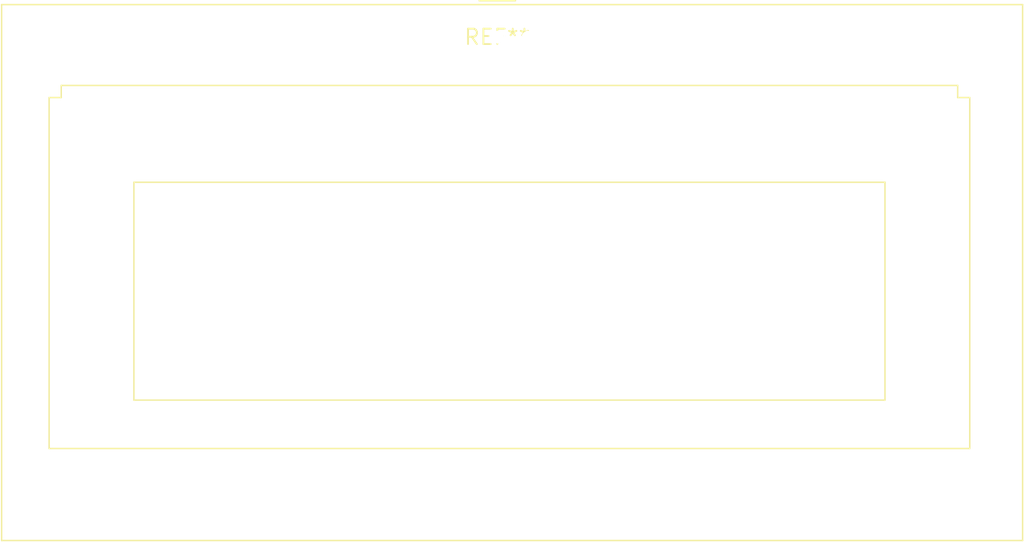
<source format=kicad_pcb>
(kicad_pcb (version 20240108) (generator pcbnew)
  (layers (0 "F.Cu" signal) (31 "B.Cu" signal) (34 "B.Paste" user) (35 "F.Paste" user) (36 "B.SilkS" user "B.Silkscreen") (37 "F.SilkS" user "F.Silkscreen") (38 "B.Mask" user) (39 "F.Mask" user) (44 "Edge.Cuts" user))
  (net 0 "")
  (footprint "LM16255" (layer "F.Cu") (at 0 0)
    (property "Reference" "REF**")
    (property "Value" "LM16255")
    (fp_line (start -40.92 -2.68) (end 43.36 -2.68) (layer "F.SilkS") (stroke (width 0.12)))
    (fp_line (start -40.92 41.6) (end -40.92 -2.68) (layer "F.SilkS") (stroke (width 0.12)))
    (fp_line (start -37 5) (end -36 5) (layer "F.SilkS") (stroke (width 0.12)))
    (fp_line (start -37 34) (end -37 5) (layer "F.SilkS") (stroke (width 0.12)))
    (fp_line (start -36 4) (end 38 4) (layer "F.SilkS") (stroke (width 0.12)))
    (fp_line (start -36 5) (end -36 4) (layer "F.SilkS") (stroke (width 0.12)))
    (fp_line (start -30 12) (end 32 12) (layer "F.SilkS") (stroke (width 0.12)))
    (fp_line (start -30 30) (end -30 12) (layer "F.SilkS") (stroke (width 0.12)))
    (fp_line (start -1.5 -3) (end 1.5 -3) (layer "F.SilkS") (stroke (width 0.12)))
    (fp_line (start 32 12) (end 32 30) (layer "F.SilkS") (stroke (width 0.12)))
    (fp_line (start 32 30) (end -30 30) (layer "F.SilkS") (stroke (width 0.12)))
    (fp_line (start 38 4) (end 38 5) (layer "F.SilkS") (stroke (width 0.12)))
    (fp_line (start 38 5) (end 39 5) (layer "F.SilkS") (stroke (width 0.12)))
    (fp_line (start 39 5) (end 39 34) (layer "F.SilkS") (stroke (width 0.12)))
    (fp_line (start 39 34) (end -37 34) (layer "F.SilkS") (stroke (width 0.12)))
    (fp_line (start 43.36 -2.68) (end 43.36 41.6) (layer "F.SilkS") (stroke (width 0.12)))
    (fp_line (start 43.36 41.6) (end -40.92 41.6) (layer "F.SilkS") (stroke (width 0.12)))
    (pad "" np_thru_hole circle (at -38.28 37.46 180) (size 2.5 2.5) (drill 2.5) (layers *.Cu *.Mask))
    (pad "" np_thru_hole circle (at -36.78 1.46 180) (size 2.5 2.5) (drill 2.5) (layers *.Cu *.Mask))
    (pad "" np_thru_hole circle (at 39.22 1.46 180) (size 2.5 2.5) (drill 2.5) (layers *.Cu *.Mask))
    (pad "" np_thru_hole circle (at 40.72 37.46 180) (size 2.5 2.5) (drill 2.5) (layers *.Cu *.Mask))
    (pad "1" thru_hole rect (at 0 0 180) (size 1.524 1.524) (drill 1.016) (layers *.Cu *.Mask) (remove_unused_layers))
    (pad "2" thru_hole circle (at 2.54 0 180) (size 1.524 1.524) (drill 1.016) (layers *.Cu *.Mask) (remove_unused_layers))
    (pad "3" thru_hole circle (at 5.08 0 180) (size 1.524 1.524) (drill 1.016) (layers *.Cu *.Mask) (remove_unused_layers))
    (pad "4" thru_hole circle (at 7.62 0 180) (size 1.524 1.524) (drill 1.016) (layers *.Cu *.Mask) (remove_unused_layers))
    (pad "5" thru_hole circle (at 10.16 0 180) (size 1.524 1.524) (drill 1.016) (layers *.Cu *.Mask) (remove_unused_layers))
    (pad "6" thru_hole circle (at 12.7 0 180) (size 1.524 1.524) (drill 1.016) (layers *.Cu *.Mask) (remove_unused_layers))
    (pad "7" thru_hole circle (at 15.24 0 180) (size 1.524 1.524) (drill 1.016) (layers *.Cu *.Mask) (remove_unused_layers))
    (pad "8" thru_hole circle (at 17.78 0 180) (size 1.524 1.524) (drill 1.016) (layers *.Cu *.Mask) (remove_unused_layers))
    (pad "9" thru_hole circle (at 20.32 0 180) (size 1.524 1.524) (drill 1.016) (layers *.Cu *.Mask) (remove_unused_layers))
    (pad "10" thru_hole circle (at 22.86 0 180) (size 1.524 1.524) (drill 1.016) (layers *.Cu *.Mask) (remove_unused_layers))
    (pad "11" thru_hole circle (at 25.4 0 180) (size 1.524 1.524) (drill 1.016) (layers *.Cu *.Mask) (remove_unused_layers))
    (pad "12" thru_hole circle (at 27.94 0 180) (size 1.524 1.524) (drill 1.016) (layers *.Cu *.Mask) (remove_unused_layers))
    (pad "13" thru_hole circle (at 30.48 0 180) (size 1.524 1.524) (drill 1.016) (layers *.Cu *.Mask) (remove_unused_layers))
    (pad "14" thru_hole circle (at 33.02 0 180) (size 1.524 1.524) (drill 1.016) (layers *.Cu *.Mask) (remove_unused_layers))
  )
)
</source>
